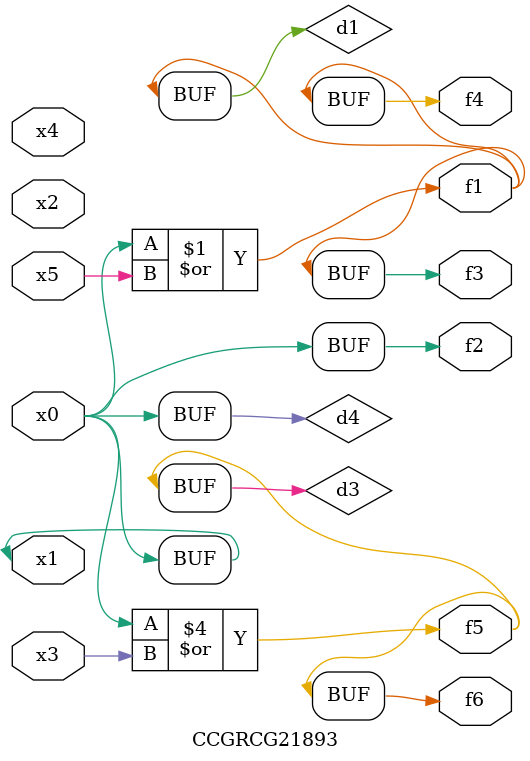
<source format=v>
module CCGRCG21893(
	input x0, x1, x2, x3, x4, x5,
	output f1, f2, f3, f4, f5, f6
);

	wire d1, d2, d3, d4;

	or (d1, x0, x5);
	xnor (d2, x1, x4);
	or (d3, x0, x3);
	buf (d4, x0, x1);
	assign f1 = d1;
	assign f2 = d4;
	assign f3 = d1;
	assign f4 = d1;
	assign f5 = d3;
	assign f6 = d3;
endmodule

</source>
